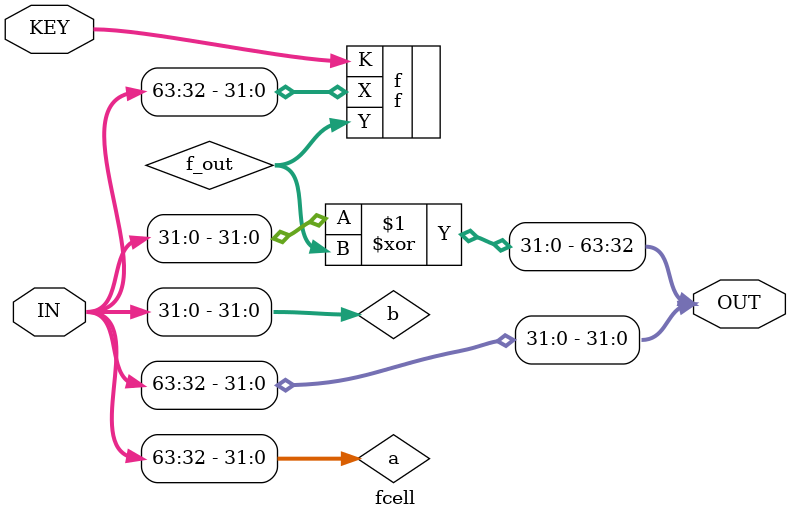
<source format=v>
module fcell (
    input [63:0]IN,
    input [31:0]KEY,
    output [63:0]OUT    
);

wire [31:0]a = IN[63:32];
wire [31:0]b = IN[31:0];

wire [31:0]f_out;

f f (
    .X(a),
    .K(KEY),
    .Y(f_out)
);

assign OUT = { b ^ f_out, a };

endmodule

</source>
